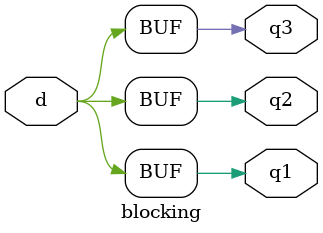
<source format=sv>
module blocking (input logic d, output logic q1, q2, q3);
    always_comb begin
        q1 = d;
        q2 = q1;
        q3 = q2;
    end 
endmodule


</source>
